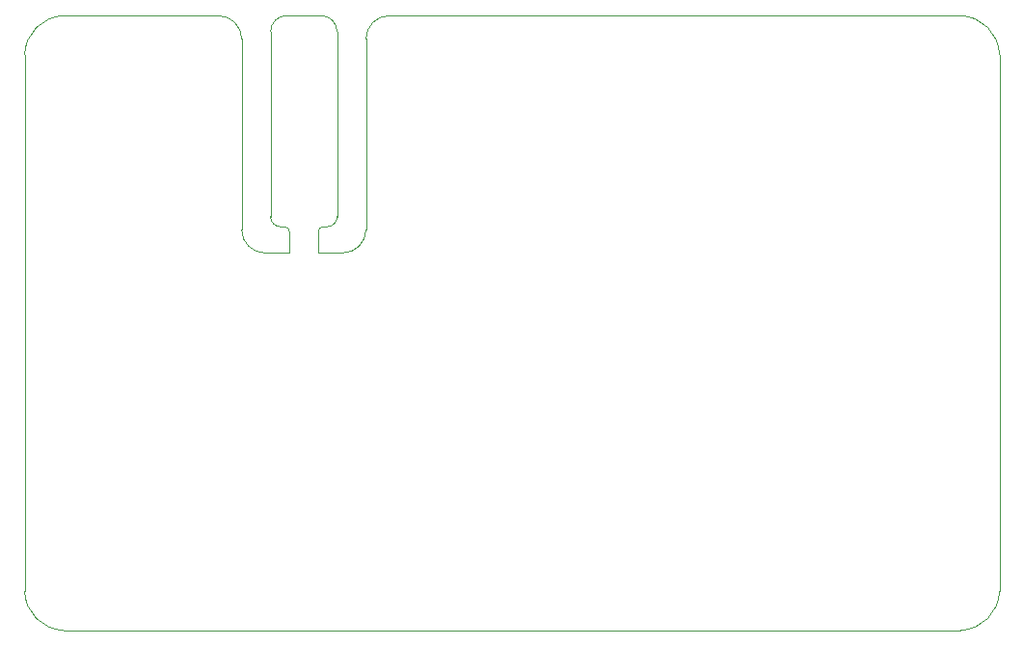
<source format=gbr>
%TF.GenerationSoftware,KiCad,Pcbnew,(6.0.5)*%
%TF.CreationDate,2023-01-03T21:16:04-06:00*%
%TF.ProjectId,NFC_BusinessCard,4e46435f-4275-4736-996e-657373436172,rev?*%
%TF.SameCoordinates,Original*%
%TF.FileFunction,Profile,NP*%
%FSLAX46Y46*%
G04 Gerber Fmt 4.6, Leading zero omitted, Abs format (unit mm)*
G04 Created by KiCad (PCBNEW (6.0.5)) date 2023-01-03 21:16:04*
%MOMM*%
%LPD*%
G01*
G04 APERTURE LIST*
%TA.AperFunction,Profile*%
%ADD10C,0.050000*%
%TD*%
G04 APERTURE END LIST*
D10*
X135674100Y-96812100D02*
X135674100Y-80048100D01*
X137706100Y-78016100D02*
G75*
G03*
X135674100Y-80048100I0J-2032000D01*
G01*
X128943100Y-96939100D02*
X128943100Y-98844100D01*
X187871100Y-131991100D02*
G75*
G03*
X191300099Y-128562101I-97900J3526900D01*
G01*
X105702100Y-128562100D02*
X105702100Y-81445100D01*
X124752100Y-80048100D02*
G75*
G03*
X122720100Y-78016100I-2032000J0D01*
G01*
X133642100Y-98844100D02*
G75*
G03*
X135674100Y-96812100I0J2032000D01*
G01*
X131483100Y-98844100D02*
X133642100Y-98844100D01*
X191300100Y-81445100D02*
G75*
G03*
X187871100Y-78016100I-3526900J-97900D01*
G01*
X133134100Y-95669100D02*
X133134100Y-79413100D01*
X187871100Y-131991100D02*
X109131100Y-131991100D01*
X124752100Y-96812100D02*
X124752100Y-80048100D01*
X126784100Y-98844100D02*
X128943100Y-98844100D01*
X127292100Y-95669100D02*
X127292100Y-79413100D01*
X137706100Y-78016100D02*
X187871100Y-78016100D01*
X124752100Y-96812100D02*
G75*
G03*
X126784100Y-98844100I2032000J0D01*
G01*
X133134100Y-79413100D02*
G75*
G03*
X131737100Y-78016100I-1397000J0D01*
G01*
X128181100Y-96558100D02*
X128562100Y-96558100D01*
X128943100Y-96939100D02*
G75*
G03*
X128562100Y-96558100I-381000J0D01*
G01*
X109131100Y-78016098D02*
G75*
G03*
X105702099Y-81445099I97900J-3526902D01*
G01*
X131483100Y-96939100D02*
X131483100Y-98844100D01*
X131864100Y-96558100D02*
X132245100Y-96558100D01*
X127292100Y-95669100D02*
G75*
G03*
X128181100Y-96558100I889000J0D01*
G01*
X128689100Y-78016100D02*
X131737100Y-78016100D01*
X131864100Y-96558100D02*
G75*
G03*
X131483100Y-96939100I0J-381000D01*
G01*
X109131100Y-78016100D02*
X122720100Y-78016100D01*
X105702099Y-128562100D02*
G75*
G03*
X109131098Y-131991100I3526901J97900D01*
G01*
X132245100Y-96558100D02*
G75*
G03*
X133134100Y-95669100I0J889000D01*
G01*
X191300100Y-81445100D02*
X191300100Y-128562100D01*
X128689100Y-78016100D02*
G75*
G03*
X127292100Y-79413100I0J-1397000D01*
G01*
M02*

</source>
